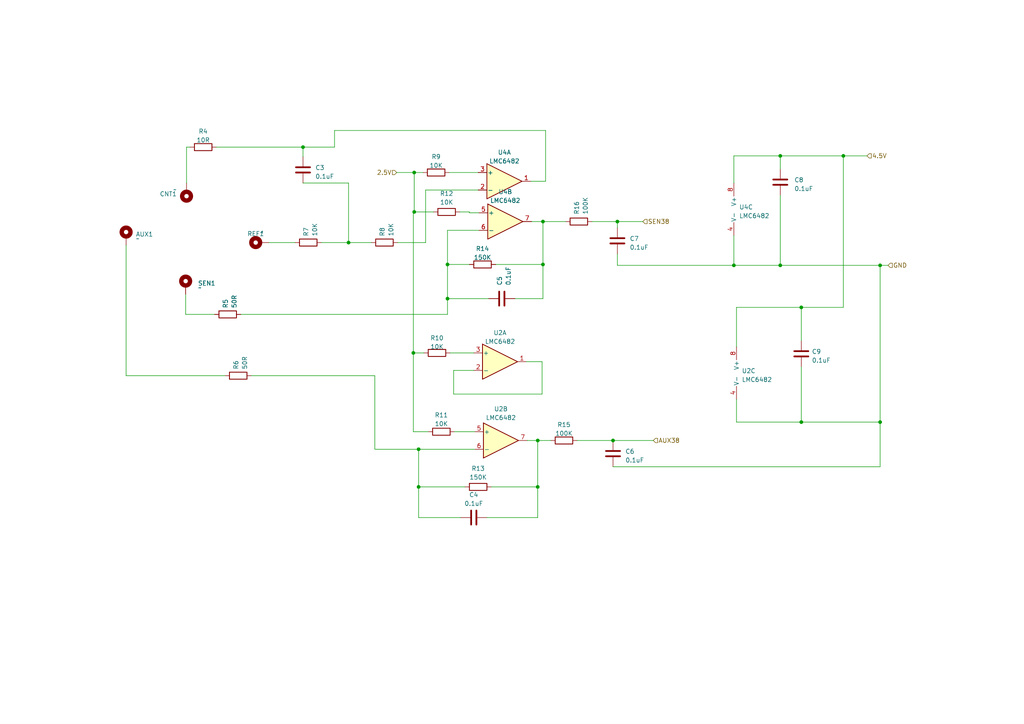
<source format=kicad_sch>
(kicad_sch (version 20230121) (generator eeschema)

  (uuid e1e5632b-9175-4fe9-b6e3-cc4b6db86fe4)

  (paper "A4")

  (lib_symbols
    (symbol "Amplifier_Operational:LMC6482" (pin_names (offset 0.127)) (in_bom yes) (on_board yes)
      (property "Reference" "U" (at 0 5.08 0)
        (effects (font (size 1.27 1.27)) (justify left))
      )
      (property "Value" "LMC6482" (at 0 -5.08 0)
        (effects (font (size 1.27 1.27)) (justify left))
      )
      (property "Footprint" "" (at 0 0 0)
        (effects (font (size 1.27 1.27)) hide)
      )
      (property "Datasheet" "http://www.ti.com/lit/ds/symlink/lmc6482.pdf" (at 0 0 0)
        (effects (font (size 1.27 1.27)) hide)
      )
      (property "ki_locked" "" (at 0 0 0)
        (effects (font (size 1.27 1.27)))
      )
      (property "ki_keywords" "dual opamp" (at 0 0 0)
        (effects (font (size 1.27 1.27)) hide)
      )
      (property "ki_description" "Dual CMOS Rail-to-Rail Input and Output Operational Amplifier, DIP-8/SOIC-8, SSOP-8" (at 0 0 0)
        (effects (font (size 1.27 1.27)) hide)
      )
      (property "ki_fp_filters" "SOIC*3.9x4.9mm*P1.27mm* DIP*W7.62mm* TO*99* OnSemi*Micro8* TSSOP*3x3mm*P0.65mm* TSSOP*4.4x3mm*P0.65mm* MSOP*3x3mm*P0.65mm* SSOP*3.9x4.9mm*P0.635mm* LFCSP*2x2mm*P0.5mm* *SIP* SOIC*5.3x6.2mm*P1.27mm*" (at 0 0 0)
        (effects (font (size 1.27 1.27)) hide)
      )
      (symbol "LMC6482_1_1"
        (polyline
          (pts
            (xy -5.08 5.08)
            (xy 5.08 0)
            (xy -5.08 -5.08)
            (xy -5.08 5.08)
          )
          (stroke (width 0.254) (type default))
          (fill (type background))
        )
        (pin output line (at 7.62 0 180) (length 2.54)
          (name "~" (effects (font (size 1.27 1.27))))
          (number "1" (effects (font (size 1.27 1.27))))
        )
        (pin input line (at -7.62 -2.54 0) (length 2.54)
          (name "-" (effects (font (size 1.27 1.27))))
          (number "2" (effects (font (size 1.27 1.27))))
        )
        (pin input line (at -7.62 2.54 0) (length 2.54)
          (name "+" (effects (font (size 1.27 1.27))))
          (number "3" (effects (font (size 1.27 1.27))))
        )
      )
      (symbol "LMC6482_2_1"
        (polyline
          (pts
            (xy -5.08 5.08)
            (xy 5.08 0)
            (xy -5.08 -5.08)
            (xy -5.08 5.08)
          )
          (stroke (width 0.254) (type default))
          (fill (type background))
        )
        (pin input line (at -7.62 2.54 0) (length 2.54)
          (name "+" (effects (font (size 1.27 1.27))))
          (number "5" (effects (font (size 1.27 1.27))))
        )
        (pin input line (at -7.62 -2.54 0) (length 2.54)
          (name "-" (effects (font (size 1.27 1.27))))
          (number "6" (effects (font (size 1.27 1.27))))
        )
        (pin output line (at 7.62 0 180) (length 2.54)
          (name "~" (effects (font (size 1.27 1.27))))
          (number "7" (effects (font (size 1.27 1.27))))
        )
      )
      (symbol "LMC6482_3_1"
        (pin power_in line (at -2.54 -7.62 90) (length 3.81)
          (name "V-" (effects (font (size 1.27 1.27))))
          (number "4" (effects (font (size 1.27 1.27))))
        )
        (pin power_in line (at -2.54 7.62 270) (length 3.81)
          (name "V+" (effects (font (size 1.27 1.27))))
          (number "8" (effects (font (size 1.27 1.27))))
        )
      )
    )
    (symbol "Device:C" (pin_numbers hide) (pin_names (offset 0.254)) (in_bom yes) (on_board yes)
      (property "Reference" "C" (at 0.635 2.54 0)
        (effects (font (size 1.27 1.27)) (justify left))
      )
      (property "Value" "C" (at 0.635 -2.54 0)
        (effects (font (size 1.27 1.27)) (justify left))
      )
      (property "Footprint" "" (at 0.9652 -3.81 0)
        (effects (font (size 1.27 1.27)) hide)
      )
      (property "Datasheet" "~" (at 0 0 0)
        (effects (font (size 1.27 1.27)) hide)
      )
      (property "ki_keywords" "cap capacitor" (at 0 0 0)
        (effects (font (size 1.27 1.27)) hide)
      )
      (property "ki_description" "Unpolarized capacitor" (at 0 0 0)
        (effects (font (size 1.27 1.27)) hide)
      )
      (property "ki_fp_filters" "C_*" (at 0 0 0)
        (effects (font (size 1.27 1.27)) hide)
      )
      (symbol "C_0_1"
        (polyline
          (pts
            (xy -2.032 -0.762)
            (xy 2.032 -0.762)
          )
          (stroke (width 0.508) (type default))
          (fill (type none))
        )
        (polyline
          (pts
            (xy -2.032 0.762)
            (xy 2.032 0.762)
          )
          (stroke (width 0.508) (type default))
          (fill (type none))
        )
      )
      (symbol "C_1_1"
        (pin passive line (at 0 3.81 270) (length 2.794)
          (name "~" (effects (font (size 1.27 1.27))))
          (number "1" (effects (font (size 1.27 1.27))))
        )
        (pin passive line (at 0 -3.81 90) (length 2.794)
          (name "~" (effects (font (size 1.27 1.27))))
          (number "2" (effects (font (size 1.27 1.27))))
        )
      )
    )
    (symbol "Device:R" (pin_numbers hide) (pin_names (offset 0)) (in_bom yes) (on_board yes)
      (property "Reference" "R" (at 2.032 0 90)
        (effects (font (size 1.27 1.27)))
      )
      (property "Value" "R" (at 0 0 90)
        (effects (font (size 1.27 1.27)))
      )
      (property "Footprint" "" (at -1.778 0 90)
        (effects (font (size 1.27 1.27)) hide)
      )
      (property "Datasheet" "~" (at 0 0 0)
        (effects (font (size 1.27 1.27)) hide)
      )
      (property "ki_keywords" "R res resistor" (at 0 0 0)
        (effects (font (size 1.27 1.27)) hide)
      )
      (property "ki_description" "Resistor" (at 0 0 0)
        (effects (font (size 1.27 1.27)) hide)
      )
      (property "ki_fp_filters" "R_*" (at 0 0 0)
        (effects (font (size 1.27 1.27)) hide)
      )
      (symbol "R_0_1"
        (rectangle (start -1.016 -2.54) (end 1.016 2.54)
          (stroke (width 0.254) (type default))
          (fill (type none))
        )
      )
      (symbol "R_1_1"
        (pin passive line (at 0 3.81 270) (length 1.27)
          (name "~" (effects (font (size 1.27 1.27))))
          (number "1" (effects (font (size 1.27 1.27))))
        )
        (pin passive line (at 0 -3.81 90) (length 1.27)
          (name "~" (effects (font (size 1.27 1.27))))
          (number "2" (effects (font (size 1.27 1.27))))
        )
      )
    )
    (symbol "Mechanical:MountingHole_Pad" (pin_numbers hide) (pin_names (offset 1.016) hide) (in_bom yes) (on_board yes)
      (property "Reference" "H" (at 0 6.35 0)
        (effects (font (size 1.27 1.27)))
      )
      (property "Value" "MountingHole_Pad" (at 0 4.445 0)
        (effects (font (size 1.27 1.27)))
      )
      (property "Footprint" "" (at 0 0 0)
        (effects (font (size 1.27 1.27)) hide)
      )
      (property "Datasheet" "~" (at 0 0 0)
        (effects (font (size 1.27 1.27)) hide)
      )
      (property "ki_keywords" "mounting hole" (at 0 0 0)
        (effects (font (size 1.27 1.27)) hide)
      )
      (property "ki_description" "Mounting Hole with connection" (at 0 0 0)
        (effects (font (size 1.27 1.27)) hide)
      )
      (property "ki_fp_filters" "MountingHole*Pad*" (at 0 0 0)
        (effects (font (size 1.27 1.27)) hide)
      )
      (symbol "MountingHole_Pad_0_1"
        (circle (center 0 1.27) (radius 1.27)
          (stroke (width 1.27) (type default))
          (fill (type none))
        )
      )
      (symbol "MountingHole_Pad_1_1"
        (pin input line (at 0 -2.54 90) (length 2.54)
          (name "1" (effects (font (size 1.27 1.27))))
          (number "1" (effects (font (size 1.27 1.27))))
        )
      )
    )
  )

  (junction (at 129.794 86.614) (diameter 0) (color 0 0 0 0)
    (uuid 04c51e73-ac35-436f-bf50-509da0a34121)
  )
  (junction (at 121.412 141.224) (diameter 0) (color 0 0 0 0)
    (uuid 08151f4f-d3cf-42b5-a486-bfcce11e4cd6)
  )
  (junction (at 121.412 130.302) (diameter 0) (color 0 0 0 0)
    (uuid 13cb13e9-ae22-4c8c-8de1-16f2b0f8b3c6)
  )
  (junction (at 157.48 64.262) (diameter 0) (color 0 0 0 0)
    (uuid 14cc70a2-a665-4783-bb46-395ddb612f5b)
  )
  (junction (at 155.956 127.762) (diameter 0) (color 0 0 0 0)
    (uuid 1a9226d6-c17a-47c3-9400-d8719ecd2b5b)
  )
  (junction (at 129.794 76.708) (diameter 0) (color 0 0 0 0)
    (uuid 23f07a63-0cdb-4d17-acf5-fe5ea070be13)
  )
  (junction (at 101.092 70.358) (diameter 0) (color 0 0 0 0)
    (uuid 29d48b60-5b55-46f9-8840-632d463a7843)
  )
  (junction (at 155.956 141.224) (diameter 0) (color 0 0 0 0)
    (uuid 4c55c750-c7ef-44f5-a286-2d722832e98f)
  )
  (junction (at 226.314 76.962) (diameter 0) (color 0 0 0 0)
    (uuid 502c6704-e231-4e6c-ae7f-58ebc6644f87)
  )
  (junction (at 119.888 102.362) (diameter 0) (color 0 0 0 0)
    (uuid 591b0379-98a7-40c7-9d3c-4ba3aada61de)
  )
  (junction (at 179.07 64.262) (diameter 0) (color 0 0 0 0)
    (uuid 621170f9-6b2a-45ed-bc95-b207b007b5b1)
  )
  (junction (at 120.142 50.038) (diameter 0) (color 0 0 0 0)
    (uuid 7aa6b3cf-0732-4ecd-89a7-91ecc302c59c)
  )
  (junction (at 157.48 76.708) (diameter 0) (color 0 0 0 0)
    (uuid 7e5d03a3-61b6-4527-82a4-3c1848649ca3)
  )
  (junction (at 255.27 76.962) (diameter 0) (color 0 0 0 0)
    (uuid 8f460d51-b319-4da2-b571-7de648af3830)
  )
  (junction (at 87.884 42.672) (diameter 0) (color 0 0 0 0)
    (uuid 968d8bd8-54af-4812-8ce2-7c8ceade73f9)
  )
  (junction (at 232.41 89.154) (diameter 0) (color 0 0 0 0)
    (uuid b5acaba0-45f6-4faa-b5e0-c7a6ad20b099)
  )
  (junction (at 177.8 127.762) (diameter 0) (color 0 0 0 0)
    (uuid be985380-ca14-4606-b0cb-2378d1081d7d)
  )
  (junction (at 232.41 122.428) (diameter 0) (color 0 0 0 0)
    (uuid c3640e69-9289-4099-835b-cb6ca5dc4647)
  )
  (junction (at 120.142 61.468) (diameter 0) (color 0 0 0 0)
    (uuid c4625ed4-57ad-4ec3-87cc-7ee7e3cd2a0b)
  )
  (junction (at 226.314 45.212) (diameter 0) (color 0 0 0 0)
    (uuid df99e895-8ed2-4103-b9fe-dcc50dffec13)
  )
  (junction (at 255.27 122.428) (diameter 0) (color 0 0 0 0)
    (uuid e081c609-f30d-4a8c-ace8-2abad334aeea)
  )
  (junction (at 212.852 76.962) (diameter 0) (color 0 0 0 0)
    (uuid f6c28034-c6da-49e6-9192-6cd9054ae58c)
  )
  (junction (at 244.602 45.212) (diameter 0) (color 0 0 0 0)
    (uuid f9a92b51-2e79-4fd6-a9b3-1a7ba2911fc6)
  )

  (wire (pts (xy 129.794 76.708) (xy 129.794 86.614))
    (stroke (width 0) (type default))
    (uuid 091d5437-de06-4153-9435-504399c2cb6e)
  )
  (wire (pts (xy 129.794 86.614) (xy 141.732 86.614))
    (stroke (width 0) (type default))
    (uuid 0bd4f2f9-2be8-4810-9821-736d0c2ea062)
  )
  (wire (pts (xy 232.41 122.428) (xy 255.27 122.428))
    (stroke (width 0) (type default))
    (uuid 0fd75829-28a4-4cac-ac7f-68b63146dfca)
  )
  (wire (pts (xy 97.028 42.672) (xy 87.884 42.672))
    (stroke (width 0) (type default))
    (uuid 11595cd6-0ecb-4203-b560-104d6f75f147)
  )
  (wire (pts (xy 93.218 70.358) (xy 101.092 70.358))
    (stroke (width 0) (type default))
    (uuid 116aee03-018f-4270-afee-4e2a0a9fb12a)
  )
  (wire (pts (xy 120.142 61.468) (xy 120.142 50.038))
    (stroke (width 0) (type default))
    (uuid 1423d47f-fca4-44df-8640-22e399b03f9e)
  )
  (wire (pts (xy 179.07 64.262) (xy 179.07 66.04))
    (stroke (width 0) (type default))
    (uuid 19103fb0-8158-4222-b240-78151f4f5684)
  )
  (wire (pts (xy 155.956 141.224) (xy 155.956 127.762))
    (stroke (width 0) (type default))
    (uuid 1b966528-6676-4bd7-85a2-5bc572f2e474)
  )
  (wire (pts (xy 133.35 61.468) (xy 136.144 61.468))
    (stroke (width 0) (type default))
    (uuid 1c47ec2f-6d36-49ba-97d6-6535d183169e)
  )
  (wire (pts (xy 119.888 61.468) (xy 120.142 61.468))
    (stroke (width 0) (type default))
    (uuid 1fd7ecf0-c9a5-4255-8648-b52b2d88dcb1)
  )
  (wire (pts (xy 179.07 76.962) (xy 212.852 76.962))
    (stroke (width 0) (type default))
    (uuid 2091b570-420d-4b5b-86b5-1ffa8308e7c6)
  )
  (wire (pts (xy 143.764 76.708) (xy 157.48 76.708))
    (stroke (width 0) (type default))
    (uuid 2188727b-177c-48d7-bcf1-bba048b47afb)
  )
  (wire (pts (xy 152.908 127.762) (xy 155.956 127.762))
    (stroke (width 0) (type default))
    (uuid 228fb334-3df2-4720-890b-db505055dd44)
  )
  (wire (pts (xy 121.412 141.224) (xy 121.412 130.302))
    (stroke (width 0) (type default))
    (uuid 23817159-4203-42cd-8ebc-92c7803bfeb1)
  )
  (wire (pts (xy 212.852 45.212) (xy 212.852 53.086))
    (stroke (width 0) (type default))
    (uuid 2705275a-df27-4f20-a66c-63ffb1f516b1)
  )
  (wire (pts (xy 125.73 61.468) (xy 120.142 61.468))
    (stroke (width 0) (type default))
    (uuid 2849dfcd-9315-4cae-84ca-097e81fa7721)
  )
  (wire (pts (xy 189.484 127.762) (xy 177.8 127.762))
    (stroke (width 0) (type default))
    (uuid 2a868d4c-3aac-4d86-8957-52f425639406)
  )
  (wire (pts (xy 186.436 64.262) (xy 179.07 64.262))
    (stroke (width 0) (type default))
    (uuid 2b36698b-66a2-43cc-95b5-a405d9a8141c)
  )
  (wire (pts (xy 138.684 55.118) (xy 123.444 55.118))
    (stroke (width 0) (type default))
    (uuid 2d5c3f37-ef7a-4c61-a70c-ae40bdbf3e5d)
  )
  (wire (pts (xy 213.614 89.154) (xy 232.41 89.154))
    (stroke (width 0) (type default))
    (uuid 2e349efa-c1b6-40d7-83de-09125af62b78)
  )
  (wire (pts (xy 167.386 127.762) (xy 177.8 127.762))
    (stroke (width 0) (type default))
    (uuid 357f854c-3220-45fb-9492-78935091dc5c)
  )
  (wire (pts (xy 213.614 100.584) (xy 213.614 89.154))
    (stroke (width 0) (type default))
    (uuid 35928846-d982-4b76-adb8-9794f1804421)
  )
  (wire (pts (xy 133.604 150.114) (xy 121.412 150.114))
    (stroke (width 0) (type default))
    (uuid 35c1cd68-1f8b-44eb-b3ca-2234e78a01a5)
  )
  (wire (pts (xy 153.924 52.578) (xy 158.242 52.578))
    (stroke (width 0) (type default))
    (uuid 38ebbe3f-15cd-4278-bdcd-71f9f184b8d4)
  )
  (wire (pts (xy 123.444 70.358) (xy 115.316 70.358))
    (stroke (width 0) (type default))
    (uuid 395855e1-6e13-4834-a11a-2d0730d15765)
  )
  (wire (pts (xy 155.956 150.114) (xy 155.956 141.224))
    (stroke (width 0) (type default))
    (uuid 3c173dc7-ff3f-45bf-9803-363f0f972561)
  )
  (wire (pts (xy 158.242 37.846) (xy 97.028 37.846))
    (stroke (width 0) (type default))
    (uuid 3d1dede4-21c4-4b1d-a918-4ff31fa5a1a7)
  )
  (wire (pts (xy 54.102 42.672) (xy 54.102 53.086))
    (stroke (width 0) (type default))
    (uuid 3d82dd5c-8125-438e-bcee-532ac96f5cef)
  )
  (wire (pts (xy 244.602 45.212) (xy 226.314 45.212))
    (stroke (width 0) (type default))
    (uuid 3d9d9aa6-dc5e-45df-8d76-d5d4289b1ff9)
  )
  (wire (pts (xy 53.848 85.344) (xy 53.848 91.186))
    (stroke (width 0) (type default))
    (uuid 3ef5bf5c-8366-4081-90fc-d8bccc09a010)
  )
  (wire (pts (xy 77.978 70.358) (xy 85.598 70.358))
    (stroke (width 0) (type default))
    (uuid 42a37942-3931-4b9b-90ef-d1cf079a3b14)
  )
  (wire (pts (xy 124.206 125.222) (xy 119.888 125.222))
    (stroke (width 0) (type default))
    (uuid 454d8248-6685-45be-a348-4adefb557e31)
  )
  (wire (pts (xy 226.314 45.212) (xy 226.314 49.022))
    (stroke (width 0) (type default))
    (uuid 46c473c8-6be7-402d-b283-ce226e4ab3dd)
  )
  (wire (pts (xy 136.144 61.722) (xy 138.938 61.722))
    (stroke (width 0) (type default))
    (uuid 4bf12472-c186-4489-967d-b5a778b094d9)
  )
  (wire (pts (xy 158.242 52.578) (xy 158.242 37.846))
    (stroke (width 0) (type default))
    (uuid 4d55547c-8d89-4c81-8223-cb98a4ea999d)
  )
  (wire (pts (xy 36.576 108.966) (xy 65.278 108.966))
    (stroke (width 0) (type default))
    (uuid 4e2bfd69-7d3e-4580-949e-6176c5ed3bcd)
  )
  (wire (pts (xy 108.712 108.966) (xy 108.712 130.302))
    (stroke (width 0) (type default))
    (uuid 509429bb-ebc8-4809-b945-245528b14913)
  )
  (wire (pts (xy 130.302 50.038) (xy 138.684 50.038))
    (stroke (width 0) (type default))
    (uuid 50996d7d-4a09-403a-912d-2edd89a1178a)
  )
  (wire (pts (xy 101.092 53.086) (xy 101.092 70.358))
    (stroke (width 0) (type default))
    (uuid 515fc8b4-206f-4d79-a3d4-2c4b54567650)
  )
  (wire (pts (xy 123.444 55.118) (xy 123.444 70.358))
    (stroke (width 0) (type default))
    (uuid 5b07b210-f370-4128-afdd-43b12df57672)
  )
  (wire (pts (xy 131.572 114.3) (xy 131.572 107.442))
    (stroke (width 0) (type default))
    (uuid 61c79a27-64b3-4e07-97ab-a7bb04cc6ec6)
  )
  (wire (pts (xy 157.48 86.614) (xy 157.48 76.708))
    (stroke (width 0) (type default))
    (uuid 6275149b-67f8-4f61-8b15-5752ecaed8b8)
  )
  (wire (pts (xy 136.144 76.708) (xy 129.794 76.708))
    (stroke (width 0) (type default))
    (uuid 67a5e518-0615-41eb-a127-15d3f4aac096)
  )
  (wire (pts (xy 119.888 61.468) (xy 119.888 102.362))
    (stroke (width 0) (type default))
    (uuid 6930855e-8323-40c6-ba9f-e3825447cb1f)
  )
  (wire (pts (xy 177.8 135.382) (xy 255.27 135.382))
    (stroke (width 0) (type default))
    (uuid 6a633200-bd73-465e-b783-604b88a575de)
  )
  (wire (pts (xy 157.48 64.262) (xy 157.48 76.708))
    (stroke (width 0) (type default))
    (uuid 70211027-d573-46d2-a5bf-b7027a94551a)
  )
  (wire (pts (xy 53.848 91.186) (xy 62.23 91.186))
    (stroke (width 0) (type default))
    (uuid 73204899-9125-486f-b1c0-9552c46d9c78)
  )
  (wire (pts (xy 101.092 70.358) (xy 107.696 70.358))
    (stroke (width 0) (type default))
    (uuid 75cb6fbf-abb4-4907-9345-b0bc9f622e6e)
  )
  (wire (pts (xy 141.224 150.114) (xy 155.956 150.114))
    (stroke (width 0) (type default))
    (uuid 75d9d1d9-e883-4aae-81e9-6199dcf724e9)
  )
  (wire (pts (xy 212.852 76.962) (xy 212.852 68.326))
    (stroke (width 0) (type default))
    (uuid 7600e5ed-87c7-4415-9e2d-86b587721bf6)
  )
  (wire (pts (xy 164.084 64.262) (xy 157.48 64.262))
    (stroke (width 0) (type default))
    (uuid 795a1a0d-eec7-4d48-9f66-56599bc2111a)
  )
  (wire (pts (xy 129.794 66.802) (xy 138.938 66.802))
    (stroke (width 0) (type default))
    (uuid 7b478494-f214-4c2b-a512-d04db616ab1b)
  )
  (wire (pts (xy 226.314 45.212) (xy 212.852 45.212))
    (stroke (width 0) (type default))
    (uuid 826d7f94-8e32-4fa5-bf1d-be2e063f64fa)
  )
  (wire (pts (xy 36.576 71.12) (xy 36.576 108.966))
    (stroke (width 0) (type default))
    (uuid 83cde6bc-26d6-468f-8089-2ff81b938604)
  )
  (wire (pts (xy 232.41 106.426) (xy 232.41 122.428))
    (stroke (width 0) (type default))
    (uuid 8d350ded-37ac-471e-a9ff-ea5062c6bd04)
  )
  (wire (pts (xy 131.826 125.222) (xy 137.668 125.222))
    (stroke (width 0) (type default))
    (uuid 91cc4794-06a7-4cf8-abed-d8581ae0f487)
  )
  (wire (pts (xy 97.028 37.846) (xy 97.028 42.672))
    (stroke (width 0) (type default))
    (uuid 96a8c11d-2a0e-4408-a16c-75d6c91d0d66)
  )
  (wire (pts (xy 255.27 135.382) (xy 255.27 122.428))
    (stroke (width 0) (type default))
    (uuid 98b03da2-676f-426d-bb46-0f73234cdd5b)
  )
  (wire (pts (xy 87.884 42.672) (xy 87.884 45.466))
    (stroke (width 0) (type default))
    (uuid 9a048653-77b3-4f7c-91d2-28c64e32007a)
  )
  (wire (pts (xy 244.602 45.212) (xy 244.602 89.154))
    (stroke (width 0) (type default))
    (uuid 9d17f045-97cf-41c7-be36-0dbc04025335)
  )
  (wire (pts (xy 136.144 61.468) (xy 136.144 61.722))
    (stroke (width 0) (type default))
    (uuid 9d9383ca-82f4-4090-9a55-c9c9ca009366)
  )
  (wire (pts (xy 213.614 115.824) (xy 213.614 122.428))
    (stroke (width 0) (type default))
    (uuid 9eb7d632-3336-4539-b37a-cb70bc1ba227)
  )
  (wire (pts (xy 251.46 45.212) (xy 244.602 45.212))
    (stroke (width 0) (type default))
    (uuid a7a29d31-b965-42f4-b480-d4a75dfb8ace)
  )
  (wire (pts (xy 62.738 42.672) (xy 87.884 42.672))
    (stroke (width 0) (type default))
    (uuid a8868951-85f5-4e73-9853-db71c76548d7)
  )
  (wire (pts (xy 108.712 130.302) (xy 121.412 130.302))
    (stroke (width 0) (type default))
    (uuid a985cde0-e50c-40bd-9e4a-c78327506e59)
  )
  (wire (pts (xy 255.27 76.962) (xy 257.556 76.962))
    (stroke (width 0) (type default))
    (uuid ac8d2cd3-890c-4e52-9196-4f0375e5a51b)
  )
  (wire (pts (xy 121.412 150.114) (xy 121.412 141.224))
    (stroke (width 0) (type default))
    (uuid b69a2bd8-6bed-4e9e-9763-8c2c06178012)
  )
  (wire (pts (xy 232.41 89.154) (xy 244.602 89.154))
    (stroke (width 0) (type default))
    (uuid be70dbf7-9e0f-4525-80f5-e75960402671)
  )
  (wire (pts (xy 129.794 86.614) (xy 129.794 91.186))
    (stroke (width 0) (type default))
    (uuid bf883c50-8335-4cdc-9ec5-08335c5001ce)
  )
  (wire (pts (xy 121.412 130.302) (xy 137.668 130.302))
    (stroke (width 0) (type default))
    (uuid bfa40278-68db-4f03-bb19-53c8e6043712)
  )
  (wire (pts (xy 152.654 104.902) (xy 157.226 104.902))
    (stroke (width 0) (type default))
    (uuid c215e57d-621b-4867-a3be-29021fc303ef)
  )
  (wire (pts (xy 226.314 76.962) (xy 255.27 76.962))
    (stroke (width 0) (type default))
    (uuid c27a6353-55ff-4cb7-9963-fcc0427204ec)
  )
  (wire (pts (xy 226.314 56.642) (xy 226.314 76.962))
    (stroke (width 0) (type default))
    (uuid c3374cfe-2d51-4f09-973c-52019e26daac)
  )
  (wire (pts (xy 171.704 64.262) (xy 179.07 64.262))
    (stroke (width 0) (type default))
    (uuid c5dced19-d635-44f1-b9a7-7b44ac1e505a)
  )
  (wire (pts (xy 115.062 50.038) (xy 120.142 50.038))
    (stroke (width 0) (type default))
    (uuid c72e7c71-3d6e-49c2-ae0b-e942b71ff616)
  )
  (wire (pts (xy 157.48 64.262) (xy 154.178 64.262))
    (stroke (width 0) (type default))
    (uuid cce9b7d8-434e-43ab-a8fb-2e794b481ce5)
  )
  (wire (pts (xy 54.102 42.672) (xy 55.118 42.672))
    (stroke (width 0) (type default))
    (uuid d2458440-2b15-46de-b6fa-451b6b606aef)
  )
  (wire (pts (xy 131.572 107.442) (xy 137.414 107.442))
    (stroke (width 0) (type default))
    (uuid d2c5b799-8240-4aff-afad-226a5ca41417)
  )
  (wire (pts (xy 130.556 102.362) (xy 137.414 102.362))
    (stroke (width 0) (type default))
    (uuid d553390b-28b3-4bd3-bc27-552edba88c8b)
  )
  (wire (pts (xy 122.936 102.362) (xy 119.888 102.362))
    (stroke (width 0) (type default))
    (uuid d58b2b84-51a4-4513-b5f1-97db97f0dad1)
  )
  (wire (pts (xy 213.614 122.428) (xy 232.41 122.428))
    (stroke (width 0) (type default))
    (uuid dba3b7a5-b56b-453e-a0c0-9f0d553f2b7c)
  )
  (wire (pts (xy 155.956 127.762) (xy 159.766 127.762))
    (stroke (width 0) (type default))
    (uuid dd705a44-2cc4-4024-b6fe-b5ef5667d2ed)
  )
  (wire (pts (xy 87.884 53.086) (xy 101.092 53.086))
    (stroke (width 0) (type default))
    (uuid de3094c0-096f-4d57-a44e-1e9c3c8204c9)
  )
  (wire (pts (xy 69.85 91.186) (xy 129.794 91.186))
    (stroke (width 0) (type default))
    (uuid e0d27e78-59c5-4c6d-8ff1-80c435bc2ecf)
  )
  (wire (pts (xy 255.27 122.428) (xy 255.27 76.962))
    (stroke (width 0) (type default))
    (uuid e466b741-c8fc-4ce3-95e6-b9a100d0d294)
  )
  (wire (pts (xy 149.352 86.614) (xy 157.48 86.614))
    (stroke (width 0) (type default))
    (uuid e6ebe316-e189-4d09-8294-1cbbc9861f6b)
  )
  (wire (pts (xy 142.494 141.224) (xy 155.956 141.224))
    (stroke (width 0) (type default))
    (uuid e8e47a98-ae21-4470-a80f-7290fd3b78a4)
  )
  (wire (pts (xy 212.852 76.962) (xy 226.314 76.962))
    (stroke (width 0) (type default))
    (uuid e9ef2e1c-d9da-48b4-a6c3-2242a0a6eef9)
  )
  (wire (pts (xy 134.874 141.224) (xy 121.412 141.224))
    (stroke (width 0) (type default))
    (uuid ea1fcecc-c8d7-4e14-98bf-9bcbd9dc4cc3)
  )
  (wire (pts (xy 232.41 98.806) (xy 232.41 89.154))
    (stroke (width 0) (type default))
    (uuid eb13cd45-26d5-43be-91b2-829f77b9b238)
  )
  (wire (pts (xy 157.226 104.902) (xy 157.226 114.3))
    (stroke (width 0) (type default))
    (uuid eb500512-c556-4648-8b0f-2a03f04933e3)
  )
  (wire (pts (xy 157.226 114.3) (xy 131.572 114.3))
    (stroke (width 0) (type default))
    (uuid ef6ed634-08f1-4f4e-bc1b-d448dc490142)
  )
  (wire (pts (xy 72.898 108.966) (xy 108.712 108.966))
    (stroke (width 0) (type default))
    (uuid effab519-801e-476e-b878-4df94d17af84)
  )
  (wire (pts (xy 120.142 50.038) (xy 122.682 50.038))
    (stroke (width 0) (type default))
    (uuid f3f455ac-b707-4a8f-b82b-2cbc1beb7815)
  )
  (wire (pts (xy 119.888 125.222) (xy 119.888 102.362))
    (stroke (width 0) (type default))
    (uuid f6c4653a-12f7-4acc-9ebc-739a98bf98ad)
  )
  (wire (pts (xy 179.07 73.66) (xy 179.07 76.962))
    (stroke (width 0) (type default))
    (uuid fbc2e030-1082-474d-ba73-dff58c8538f3)
  )
  (wire (pts (xy 129.794 66.802) (xy 129.794 76.708))
    (stroke (width 0) (type default))
    (uuid ff815ccc-45ab-4822-994a-44c1fb48f393)
  )

  (hierarchical_label "2.5V" (shape input) (at 115.062 50.038 180) (fields_autoplaced)
    (effects (font (size 1.27 1.27)) (justify right))
    (uuid 0937e9f7-995b-4d0b-a246-4c26c5cc1420)
  )
  (hierarchical_label "GND" (shape input) (at 257.556 76.962 0) (fields_autoplaced)
    (effects (font (size 1.27 1.27)) (justify left))
    (uuid 278d6135-c251-4973-bd66-a42077ccf546)
  )
  (hierarchical_label "SEN38" (shape input) (at 186.436 64.262 0) (fields_autoplaced)
    (effects (font (size 1.27 1.27)) (justify left))
    (uuid 3afdf002-c59d-4f98-9027-88ab7c559cbc)
  )
  (hierarchical_label "4.5V" (shape input) (at 251.46 45.212 0) (fields_autoplaced)
    (effects (font (size 1.27 1.27)) (justify left))
    (uuid b618860c-95b6-45bf-9312-202ba070c8c0)
  )
  (hierarchical_label "AUX38" (shape input) (at 189.484 127.762 0) (fields_autoplaced)
    (effects (font (size 1.27 1.27)) (justify left))
    (uuid c351e3e5-7cbf-4b7f-9687-38e528b5f694)
  )

  (symbol (lib_id "Device:R") (at 138.684 141.224 90) (unit 1)
    (in_bom yes) (on_board yes) (dnp no) (fields_autoplaced)
    (uuid 0127eff9-794b-4999-bb5d-759bdd9ecde5)
    (property "Reference" "R13" (at 138.684 135.89 90)
      (effects (font (size 1.27 1.27)))
    )
    (property "Value" "150K" (at 138.684 138.43 90)
      (effects (font (size 1.27 1.27)))
    )
    (property "Footprint" "Resistor_SMD:R_0402_1005Metric" (at 138.684 143.002 90)
      (effects (font (size 1.27 1.27)) hide)
    )
    (property "Datasheet" "~" (at 138.684 141.224 0)
      (effects (font (size 1.27 1.27)) hide)
    )
    (pin "1" (uuid 8fcd4038-3097-4a0f-a643-d7c30f071799))
    (pin "2" (uuid 0d49fae0-ea0f-44bc-906f-6d158bd31af9))
    (instances
      (project "Air quality project"
        (path "/67b6672b-0c15-41a5-a844-17aa721018b8/e2c83066-cae4-4a4f-a05c-59cf4d457446"
          (reference "R13") (unit 1)
        )
        (path "/67b6672b-0c15-41a5-a844-17aa721018b8/be65ffb6-5f15-4847-ab99-a8924076e9fe"
          (reference "R64") (unit 1)
        )
        (path "/67b6672b-0c15-41a5-a844-17aa721018b8/0b808da8-bd97-48bc-a019-ae3b1f0f1017"
          (reference "R494") (unit 1)
        )
      )
    )
  )

  (symbol (lib_id "Device:R") (at 128.016 125.222 90) (unit 1)
    (in_bom yes) (on_board yes) (dnp no) (fields_autoplaced)
    (uuid 060aad5b-e037-4a06-ae76-e6de23256550)
    (property "Reference" "R11" (at 128.016 120.396 90)
      (effects (font (size 1.27 1.27)))
    )
    (property "Value" "10K" (at 128.016 122.936 90)
      (effects (font (size 1.27 1.27)))
    )
    (property "Footprint" "Resistor_SMD:R_0402_1005Metric" (at 128.016 127 90)
      (effects (font (size 1.27 1.27)) hide)
    )
    (property "Datasheet" "~" (at 128.016 125.222 0)
      (effects (font (size 1.27 1.27)) hide)
    )
    (pin "1" (uuid 3613be7c-dcea-430a-a597-eacbff1bdc09))
    (pin "2" (uuid 55e29c54-b0ee-46e2-8b5c-fc71dc7cab11))
    (instances
      (project "Air quality project"
        (path "/67b6672b-0c15-41a5-a844-17aa721018b8/e2c83066-cae4-4a4f-a05c-59cf4d457446"
          (reference "R11") (unit 1)
        )
        (path "/67b6672b-0c15-41a5-a844-17aa721018b8/be65ffb6-5f15-4847-ab99-a8924076e9fe"
          (reference "R54") (unit 1)
        )
        (path "/67b6672b-0c15-41a5-a844-17aa721018b8/0b808da8-bd97-48bc-a019-ae3b1f0f1017"
          (reference "R492") (unit 1)
        )
      )
    )
  )

  (symbol (lib_id "Device:R") (at 66.04 91.186 90) (unit 1)
    (in_bom yes) (on_board yes) (dnp no)
    (uuid 19cb3eeb-81cd-41c1-bde2-03779f23bc3f)
    (property "Reference" "R5" (at 65.405 89.408 0)
      (effects (font (size 1.27 1.27)) (justify left))
    )
    (property "Value" "50R" (at 67.945 89.408 0)
      (effects (font (size 1.27 1.27)) (justify left))
    )
    (property "Footprint" "Resistor_SMD:R_0402_1005Metric" (at 66.04 92.964 90)
      (effects (font (size 1.27 1.27)) hide)
    )
    (property "Datasheet" "~" (at 66.04 91.186 0)
      (effects (font (size 1.27 1.27)) hide)
    )
    (pin "1" (uuid 79847279-0bdf-476b-8c5b-44ab04820580))
    (pin "2" (uuid 05211a2f-bb20-43ee-bb94-7fc5d4d4acd5))
    (instances
      (project "Air quality project"
        (path "/67b6672b-0c15-41a5-a844-17aa721018b8/e2c83066-cae4-4a4f-a05c-59cf4d457446"
          (reference "R5") (unit 1)
        )
        (path "/67b6672b-0c15-41a5-a844-17aa721018b8/be65ffb6-5f15-4847-ab99-a8924076e9fe"
          (reference "R24") (unit 1)
        )
        (path "/67b6672b-0c15-41a5-a844-17aa721018b8/0b808da8-bd97-48bc-a019-ae3b1f0f1017"
          (reference "R486") (unit 1)
        )
      )
    )
  )

  (symbol (lib_id "Mechanical:MountingHole_Pad") (at 54.102 55.626 180) (unit 1)
    (in_bom yes) (on_board yes) (dnp no)
    (uuid 1bdb5977-0688-405f-84a3-ef4c4d18a5ff)
    (property "Reference" "CNT1" (at 51.308 56.261 0)
      (effects (font (size 1.27 1.27)) (justify left))
    )
    (property "Value" "~" (at 51.308 54.991 0)
      (effects (font (size 1.27 1.27)) (justify left))
    )
    (property "Footprint" "MountingHole:MountingHole_2.7mm_Pad" (at 54.102 55.626 0)
      (effects (font (size 1.27 1.27)) hide)
    )
    (property "Datasheet" "~" (at 54.102 55.626 0)
      (effects (font (size 1.27 1.27)) hide)
    )
    (pin "1" (uuid 67a162bb-7842-493e-a0ed-92c4022314d0))
    (instances
      (project "Air quality project"
        (path "/67b6672b-0c15-41a5-a844-17aa721018b8/e2c83066-cae4-4a4f-a05c-59cf4d457446"
          (reference "CNT1") (unit 1)
        )
        (path "/67b6672b-0c15-41a5-a844-17aa721018b8/be65ffb6-5f15-4847-ab99-a8924076e9fe"
          (reference "CNT2") (unit 1)
        )
        (path "/67b6672b-0c15-41a5-a844-17aa721018b8/0b808da8-bd97-48bc-a019-ae3b1f0f1017"
          (reference "CNT38") (unit 1)
        )
      )
    )
  )

  (symbol (lib_id "Mechanical:MountingHole_Pad") (at 75.438 70.358 90) (unit 1)
    (in_bom yes) (on_board yes) (dnp no) (fields_autoplaced)
    (uuid 22e56568-927c-4924-9651-dbd6b13754fc)
    (property "Reference" "REF1" (at 74.168 67.818 90)
      (effects (font (size 1.27 1.27)))
    )
    (property "Value" "~" (at 76.073 67.818 0)
      (effects (font (size 1.27 1.27)) (justify left))
    )
    (property "Footprint" "MountingHole:MountingHole_2.7mm_Pad" (at 75.438 70.358 0)
      (effects (font (size 1.27 1.27)) hide)
    )
    (property "Datasheet" "~" (at 75.438 70.358 0)
      (effects (font (size 1.27 1.27)) hide)
    )
    (pin "1" (uuid 5f01d9b1-5382-4730-98ae-c47c6e538458))
    (instances
      (project "Air quality project"
        (path "/67b6672b-0c15-41a5-a844-17aa721018b8/e2c83066-cae4-4a4f-a05c-59cf4d457446"
          (reference "REF1") (unit 1)
        )
        (path "/67b6672b-0c15-41a5-a844-17aa721018b8/be65ffb6-5f15-4847-ab99-a8924076e9fe"
          (reference "REF2") (unit 1)
        )
        (path "/67b6672b-0c15-41a5-a844-17aa721018b8/0b808da8-bd97-48bc-a019-ae3b1f0f1017"
          (reference "REF38") (unit 1)
        )
      )
    )
  )

  (symbol (lib_id "Device:R") (at 139.954 76.708 90) (unit 1)
    (in_bom yes) (on_board yes) (dnp no) (fields_autoplaced)
    (uuid 2f5faaad-614d-4434-957d-8181c0f88239)
    (property "Reference" "R14" (at 139.954 72.136 90)
      (effects (font (size 1.27 1.27)))
    )
    (property "Value" "150K" (at 139.954 74.676 90)
      (effects (font (size 1.27 1.27)))
    )
    (property "Footprint" "Resistor_SMD:R_0402_1005Metric" (at 139.954 78.486 90)
      (effects (font (size 1.27 1.27)) hide)
    )
    (property "Datasheet" "~" (at 139.954 76.708 0)
      (effects (font (size 1.27 1.27)) hide)
    )
    (pin "1" (uuid 713a9080-97e6-45cd-8864-6998a4c52302))
    (pin "2" (uuid b8f9d190-d472-464c-a566-c7dfca3958ed))
    (instances
      (project "Air quality project"
        (path "/67b6672b-0c15-41a5-a844-17aa721018b8/e2c83066-cae4-4a4f-a05c-59cf4d457446"
          (reference "R14") (unit 1)
        )
        (path "/67b6672b-0c15-41a5-a844-17aa721018b8/be65ffb6-5f15-4847-ab99-a8924076e9fe"
          (reference "R69") (unit 1)
        )
        (path "/67b6672b-0c15-41a5-a844-17aa721018b8/0b808da8-bd97-48bc-a019-ae3b1f0f1017"
          (reference "R495") (unit 1)
        )
      )
    )
  )

  (symbol (lib_id "Device:C") (at 232.41 102.616 0) (unit 1)
    (in_bom yes) (on_board yes) (dnp no)
    (uuid 305e759b-7b40-49dc-8e32-0c8e3f88b5af)
    (property "Reference" "C9" (at 235.458 101.981 0)
      (effects (font (size 1.27 1.27)) (justify left))
    )
    (property "Value" "0.1uF" (at 235.458 104.521 0)
      (effects (font (size 1.27 1.27)) (justify left))
    )
    (property "Footprint" "Capacitor_SMD:C_01005_0402Metric" (at 233.3752 106.426 0)
      (effects (font (size 1.27 1.27)) hide)
    )
    (property "Datasheet" "~" (at 232.41 102.616 0)
      (effects (font (size 1.27 1.27)) hide)
    )
    (pin "1" (uuid aa840f35-ead5-4eac-9103-779eaf7a5e21))
    (pin "2" (uuid 7d47f3e8-e355-40e0-875d-318559bc6a20))
    (instances
      (project "Air quality project"
        (path "/67b6672b-0c15-41a5-a844-17aa721018b8/e2c83066-cae4-4a4f-a05c-59cf4d457446"
          (reference "C9") (unit 1)
        )
        (path "/67b6672b-0c15-41a5-a844-17aa721018b8/be65ffb6-5f15-4847-ab99-a8924076e9fe"
          (reference "C39") (unit 1)
        )
        (path "/67b6672b-0c15-41a5-a844-17aa721018b8/0b808da8-bd97-48bc-a019-ae3b1f0f1017"
          (reference "C268") (unit 1)
        )
      )
    )
  )

  (symbol (lib_id "Device:R") (at 126.492 50.038 90) (unit 1)
    (in_bom yes) (on_board yes) (dnp no) (fields_autoplaced)
    (uuid 30756e3d-9d36-4e29-9a8b-09c825cbec4d)
    (property "Reference" "R9" (at 126.492 45.466 90)
      (effects (font (size 1.27 1.27)))
    )
    (property "Value" "10K" (at 126.492 48.006 90)
      (effects (font (size 1.27 1.27)))
    )
    (property "Footprint" "Resistor_SMD:R_0402_1005Metric" (at 126.492 51.816 90)
      (effects (font (size 1.27 1.27)) hide)
    )
    (property "Datasheet" "~" (at 126.492 50.038 0)
      (effects (font (size 1.27 1.27)) hide)
    )
    (pin "1" (uuid 8b93ea72-ca20-488a-8fff-4dd017c6b971))
    (pin "2" (uuid d0120124-149c-45e3-b32b-dc5e43c55ce7))
    (instances
      (project "Air quality project"
        (path "/67b6672b-0c15-41a5-a844-17aa721018b8/e2c83066-cae4-4a4f-a05c-59cf4d457446"
          (reference "R9") (unit 1)
        )
        (path "/67b6672b-0c15-41a5-a844-17aa721018b8/be65ffb6-5f15-4847-ab99-a8924076e9fe"
          (reference "R44") (unit 1)
        )
        (path "/67b6672b-0c15-41a5-a844-17aa721018b8/0b808da8-bd97-48bc-a019-ae3b1f0f1017"
          (reference "R490") (unit 1)
        )
      )
    )
  )

  (symbol (lib_id "Device:R") (at 58.928 42.672 270) (unit 1)
    (in_bom yes) (on_board yes) (dnp no) (fields_autoplaced)
    (uuid 396baf46-ecb8-4b27-bbd4-46176410d498)
    (property "Reference" "R4" (at 58.928 38.1 90)
      (effects (font (size 1.27 1.27)))
    )
    (property "Value" "10R" (at 58.928 40.64 90)
      (effects (font (size 1.27 1.27)))
    )
    (property "Footprint" "Resistor_SMD:R_0402_1005Metric" (at 58.928 40.894 90)
      (effects (font (size 1.27 1.27)) hide)
    )
    (property "Datasheet" "~" (at 58.928 42.672 0)
      (effects (font (size 1.27 1.27)) hide)
    )
    (pin "1" (uuid 9d5f20b9-aa76-4886-8cc0-cd78e6592ee8))
    (pin "2" (uuid fb801f3c-9ad9-4401-9d0c-4a5e9d227e1f))
    (instances
      (project "Air quality project"
        (path "/67b6672b-0c15-41a5-a844-17aa721018b8/e2c83066-cae4-4a4f-a05c-59cf4d457446"
          (reference "R4") (unit 1)
        )
        (path "/67b6672b-0c15-41a5-a844-17aa721018b8/be65ffb6-5f15-4847-ab99-a8924076e9fe"
          (reference "R19") (unit 1)
        )
        (path "/67b6672b-0c15-41a5-a844-17aa721018b8/0b808da8-bd97-48bc-a019-ae3b1f0f1017"
          (reference "R485") (unit 1)
        )
      )
    )
  )

  (symbol (lib_id "Device:C") (at 179.07 69.85 0) (unit 1)
    (in_bom yes) (on_board yes) (dnp no) (fields_autoplaced)
    (uuid 3b117f96-7c41-41c8-a241-80b02a8a4205)
    (property "Reference" "C7" (at 182.626 69.215 0)
      (effects (font (size 1.27 1.27)) (justify left))
    )
    (property "Value" "0.1uF" (at 182.626 71.755 0)
      (effects (font (size 1.27 1.27)) (justify left))
    )
    (property "Footprint" "Capacitor_SMD:C_01005_0402Metric" (at 180.0352 73.66 0)
      (effects (font (size 1.27 1.27)) hide)
    )
    (property "Datasheet" "~" (at 179.07 69.85 0)
      (effects (font (size 1.27 1.27)) hide)
    )
    (pin "1" (uuid 946c42b5-7e39-4665-a75c-65def2af61aa))
    (pin "2" (uuid ed5fd228-431d-4df5-85df-29e8e81a8e51))
    (instances
      (project "Air quality project"
        (path "/67b6672b-0c15-41a5-a844-17aa721018b8/e2c83066-cae4-4a4f-a05c-59cf4d457446"
          (reference "C7") (unit 1)
        )
        (path "/67b6672b-0c15-41a5-a844-17aa721018b8/be65ffb6-5f15-4847-ab99-a8924076e9fe"
          (reference "C37") (unit 1)
        )
        (path "/67b6672b-0c15-41a5-a844-17aa721018b8/0b808da8-bd97-48bc-a019-ae3b1f0f1017"
          (reference "C266") (unit 1)
        )
      )
    )
  )

  (symbol (lib_id "Device:R") (at 89.408 70.358 90) (unit 1)
    (in_bom yes) (on_board yes) (dnp no)
    (uuid 4bfed5d4-ab21-4f5a-8d5f-07862c4442cc)
    (property "Reference" "R7" (at 88.773 68.58 0)
      (effects (font (size 1.27 1.27)) (justify left))
    )
    (property "Value" "10K" (at 91.313 68.58 0)
      (effects (font (size 1.27 1.27)) (justify left))
    )
    (property "Footprint" "Resistor_SMD:R_0402_1005Metric" (at 89.408 72.136 90)
      (effects (font (size 1.27 1.27)) hide)
    )
    (property "Datasheet" "~" (at 89.408 70.358 0)
      (effects (font (size 1.27 1.27)) hide)
    )
    (pin "1" (uuid a8af10d8-54d1-4f5a-a057-1bfe5f83c2b4))
    (pin "2" (uuid 2c0245eb-123c-4514-8bf5-e5322dfb0eaf))
    (instances
      (project "Air quality project"
        (path "/67b6672b-0c15-41a5-a844-17aa721018b8/e2c83066-cae4-4a4f-a05c-59cf4d457446"
          (reference "R7") (unit 1)
        )
        (path "/67b6672b-0c15-41a5-a844-17aa721018b8/be65ffb6-5f15-4847-ab99-a8924076e9fe"
          (reference "R34") (unit 1)
        )
        (path "/67b6672b-0c15-41a5-a844-17aa721018b8/0b808da8-bd97-48bc-a019-ae3b1f0f1017"
          (reference "R488") (unit 1)
        )
      )
    )
  )

  (symbol (lib_id "Device:R") (at 163.576 127.762 90) (unit 1)
    (in_bom yes) (on_board yes) (dnp no) (fields_autoplaced)
    (uuid 52e283d0-d02e-410b-a7f1-7663b536d723)
    (property "Reference" "R15" (at 163.576 123.19 90)
      (effects (font (size 1.27 1.27)))
    )
    (property "Value" "100K" (at 163.576 125.73 90)
      (effects (font (size 1.27 1.27)))
    )
    (property "Footprint" "Resistor_SMD:R_0402_1005Metric" (at 163.576 129.54 90)
      (effects (font (size 1.27 1.27)) hide)
    )
    (property "Datasheet" "~" (at 163.576 127.762 0)
      (effects (font (size 1.27 1.27)) hide)
    )
    (pin "1" (uuid 9b09e6ca-0b4c-4369-ad31-f5631dd234f5))
    (pin "2" (uuid 5c265fc7-b7bd-4c1d-a31a-a51ff505ab21))
    (instances
      (project "Air quality project"
        (path "/67b6672b-0c15-41a5-a844-17aa721018b8/e2c83066-cae4-4a4f-a05c-59cf4d457446"
          (reference "R15") (unit 1)
        )
        (path "/67b6672b-0c15-41a5-a844-17aa721018b8/be65ffb6-5f15-4847-ab99-a8924076e9fe"
          (reference "R70") (unit 1)
        )
        (path "/67b6672b-0c15-41a5-a844-17aa721018b8/0b808da8-bd97-48bc-a019-ae3b1f0f1017"
          (reference "R496") (unit 1)
        )
      )
    )
  )

  (symbol (lib_id "Mechanical:MountingHole_Pad") (at 36.576 68.58 0) (unit 1)
    (in_bom yes) (on_board yes) (dnp no)
    (uuid 532a9a77-f9f0-4bea-874b-c7a6d075140a)
    (property "Reference" "AUX1" (at 39.37 67.945 0)
      (effects (font (size 1.27 1.27)) (justify left))
    )
    (property "Value" "~" (at 39.37 69.215 0)
      (effects (font (size 1.27 1.27)) (justify left))
    )
    (property "Footprint" "MountingHole:MountingHole_2.7mm_Pad" (at 36.576 68.58 0)
      (effects (font (size 1.27 1.27)) hide)
    )
    (property "Datasheet" "~" (at 36.576 68.58 0)
      (effects (font (size 1.27 1.27)) hide)
    )
    (pin "1" (uuid fa11e34c-0b88-48db-9349-494c8eaacbe5))
    (instances
      (project "Air quality project"
        (path "/67b6672b-0c15-41a5-a844-17aa721018b8/e2c83066-cae4-4a4f-a05c-59cf4d457446"
          (reference "AUX1") (unit 1)
        )
        (path "/67b6672b-0c15-41a5-a844-17aa721018b8/be65ffb6-5f15-4847-ab99-a8924076e9fe"
          (reference "AUX2") (unit 1)
        )
        (path "/67b6672b-0c15-41a5-a844-17aa721018b8/0b808da8-bd97-48bc-a019-ae3b1f0f1017"
          (reference "AUX38") (unit 1)
        )
      )
    )
  )

  (symbol (lib_id "Amplifier_Operational:LMC6482") (at 216.154 108.204 0) (unit 3)
    (in_bom yes) (on_board yes) (dnp no) (fields_autoplaced)
    (uuid 5639c132-b3cc-416d-ae76-fc6bdb2ef46f)
    (property "Reference" "U2" (at 215.138 107.569 0)
      (effects (font (size 1.27 1.27)) (justify left))
    )
    (property "Value" "LMC6482" (at 215.138 110.109 0)
      (effects (font (size 1.27 1.27)) (justify left))
    )
    (property "Footprint" "Package_SO:SOIC-8_3.9x4.9mm_P1.27mm" (at 216.154 108.204 0)
      (effects (font (size 1.27 1.27)) hide)
    )
    (property "Datasheet" "http://www.ti.com/lit/ds/symlink/lmc6482.pdf" (at 216.154 108.204 0)
      (effects (font (size 1.27 1.27)) hide)
    )
    (pin "1" (uuid d5f06bc0-e016-449d-bb76-1780c68309d8))
    (pin "2" (uuid dd93b084-6c45-4ec3-b4a2-64cf0e791daa))
    (pin "3" (uuid c79b47a1-69b0-418f-ae34-b6968595b6a6))
    (pin "5" (uuid 89f1dfc5-f772-4d7a-8a07-0964f1f210a0))
    (pin "6" (uuid 61ffc32e-67ac-4496-ba94-ce7cced6a0ea))
    (pin "7" (uuid 29e08c8c-3454-4ad1-a0b8-ee9155612eb2))
    (pin "4" (uuid 796f9502-ca73-4680-ab18-61ae7fb2ae53))
    (pin "8" (uuid 0b098760-86e0-4525-9703-8655b19a2e9f))
    (instances
      (project "Air quality project"
        (path "/67b6672b-0c15-41a5-a844-17aa721018b8/e2c83066-cae4-4a4f-a05c-59cf4d457446"
          (reference "U2") (unit 3)
        )
        (path "/67b6672b-0c15-41a5-a844-17aa721018b8/be65ffb6-5f15-4847-ab99-a8924076e9fe"
          (reference "U8") (unit 3)
        )
        (path "/67b6672b-0c15-41a5-a844-17aa721018b8/0b808da8-bd97-48bc-a019-ae3b1f0f1017"
          (reference "U77") (unit 3)
        )
      )
    )
  )

  (symbol (lib_id "Device:R") (at 167.894 64.262 90) (unit 1)
    (in_bom yes) (on_board yes) (dnp no)
    (uuid 5febf7f6-197b-4e2e-b503-7c8c0f19321f)
    (property "Reference" "R16" (at 167.259 62.23 0)
      (effects (font (size 1.27 1.27)) (justify left))
    )
    (property "Value" "100K" (at 169.799 62.23 0)
      (effects (font (size 1.27 1.27)) (justify left))
    )
    (property "Footprint" "Resistor_SMD:R_0402_1005Metric" (at 167.894 66.04 90)
      (effects (font (size 1.27 1.27)) hide)
    )
    (property "Datasheet" "~" (at 167.894 64.262 0)
      (effects (font (size 1.27 1.27)) hide)
    )
    (pin "1" (uuid 010dfb14-11c7-404e-bf4f-b38e946d7cde))
    (pin "2" (uuid 772b4926-b11c-4715-b60e-0e6e6467c9b0))
    (instances
      (project "Air quality project"
        (path "/67b6672b-0c15-41a5-a844-17aa721018b8/e2c83066-cae4-4a4f-a05c-59cf4d457446"
          (reference "R16") (unit 1)
        )
        (path "/67b6672b-0c15-41a5-a844-17aa721018b8/be65ffb6-5f15-4847-ab99-a8924076e9fe"
          (reference "R71") (unit 1)
        )
        (path "/67b6672b-0c15-41a5-a844-17aa721018b8/0b808da8-bd97-48bc-a019-ae3b1f0f1017"
          (reference "R497") (unit 1)
        )
      )
    )
  )

  (symbol (lib_id "Device:C") (at 177.8 131.572 0) (unit 1)
    (in_bom yes) (on_board yes) (dnp no) (fields_autoplaced)
    (uuid 74077b96-df8c-48af-9e93-fb688d637f8a)
    (property "Reference" "C6" (at 181.356 130.937 0)
      (effects (font (size 1.27 1.27)) (justify left))
    )
    (property "Value" "0.1uF" (at 181.356 133.477 0)
      (effects (font (size 1.27 1.27)) (justify left))
    )
    (property "Footprint" "Capacitor_SMD:C_01005_0402Metric" (at 178.7652 135.382 0)
      (effects (font (size 1.27 1.27)) hide)
    )
    (property "Datasheet" "~" (at 177.8 131.572 0)
      (effects (font (size 1.27 1.27)) hide)
    )
    (pin "1" (uuid acdb2fdf-81b2-453d-8892-b77bf069b8bf))
    (pin "2" (uuid 8f76a0c3-c4f4-4763-8732-bd76a48f4e2d))
    (instances
      (project "Air quality project"
        (path "/67b6672b-0c15-41a5-a844-17aa721018b8/e2c83066-cae4-4a4f-a05c-59cf4d457446"
          (reference "C6") (unit 1)
        )
        (path "/67b6672b-0c15-41a5-a844-17aa721018b8/be65ffb6-5f15-4847-ab99-a8924076e9fe"
          (reference "C36") (unit 1)
        )
        (path "/67b6672b-0c15-41a5-a844-17aa721018b8/0b808da8-bd97-48bc-a019-ae3b1f0f1017"
          (reference "C265") (unit 1)
        )
      )
    )
  )

  (symbol (lib_id "Mechanical:MountingHole_Pad") (at 53.848 82.804 0) (unit 1)
    (in_bom yes) (on_board yes) (dnp no) (fields_autoplaced)
    (uuid 7a15e5a3-e886-4011-b372-fdd46cd97f4b)
    (property "Reference" "SEN1" (at 57.404 82.169 0)
      (effects (font (size 1.27 1.27)) (justify left))
    )
    (property "Value" "~" (at 57.404 83.439 0)
      (effects (font (size 1.27 1.27)) (justify left))
    )
    (property "Footprint" "MountingHole:MountingHole_2.7mm_Pad" (at 53.848 82.804 0)
      (effects (font (size 1.27 1.27)) hide)
    )
    (property "Datasheet" "~" (at 53.848 82.804 0)
      (effects (font (size 1.27 1.27)) hide)
    )
    (pin "1" (uuid a1051443-8db6-4b49-8e0d-3cde93741065))
    (instances
      (project "Air quality project"
        (path "/67b6672b-0c15-41a5-a844-17aa721018b8/e2c83066-cae4-4a4f-a05c-59cf4d457446"
          (reference "SEN1") (unit 1)
        )
        (path "/67b6672b-0c15-41a5-a844-17aa721018b8/be65ffb6-5f15-4847-ab99-a8924076e9fe"
          (reference "SEN2") (unit 1)
        )
        (path "/67b6672b-0c15-41a5-a844-17aa721018b8/0b808da8-bd97-48bc-a019-ae3b1f0f1017"
          (reference "SEN38") (unit 1)
        )
      )
    )
  )

  (symbol (lib_id "Device:C") (at 226.314 52.832 0) (unit 1)
    (in_bom yes) (on_board yes) (dnp no) (fields_autoplaced)
    (uuid 7bb4284f-fa7f-4f50-8fdd-ae7bf47b945f)
    (property "Reference" "C8" (at 230.378 52.197 0)
      (effects (font (size 1.27 1.27)) (justify left))
    )
    (property "Value" "0.1uF" (at 230.378 54.737 0)
      (effects (font (size 1.27 1.27)) (justify left))
    )
    (property "Footprint" "Capacitor_SMD:C_01005_0402Metric" (at 227.2792 56.642 0)
      (effects (font (size 1.27 1.27)) hide)
    )
    (property "Datasheet" "~" (at 226.314 52.832 0)
      (effects (font (size 1.27 1.27)) hide)
    )
    (pin "1" (uuid c6f9d4e5-1443-4e53-a370-60c292df5938))
    (pin "2" (uuid 621b9a55-829a-483d-b725-4b56fe1e7bd8))
    (instances
      (project "Air quality project"
        (path "/67b6672b-0c15-41a5-a844-17aa721018b8/e2c83066-cae4-4a4f-a05c-59cf4d457446"
          (reference "C8") (unit 1)
        )
        (path "/67b6672b-0c15-41a5-a844-17aa721018b8/be65ffb6-5f15-4847-ab99-a8924076e9fe"
          (reference "C38") (unit 1)
        )
        (path "/67b6672b-0c15-41a5-a844-17aa721018b8/0b808da8-bd97-48bc-a019-ae3b1f0f1017"
          (reference "C267") (unit 1)
        )
      )
    )
  )

  (symbol (lib_id "Device:R") (at 129.54 61.468 90) (unit 1)
    (in_bom yes) (on_board yes) (dnp no) (fields_autoplaced)
    (uuid 8f4738c5-8486-4492-b638-626fc7b6de6a)
    (property "Reference" "R12" (at 129.54 56.134 90)
      (effects (font (size 1.27 1.27)))
    )
    (property "Value" "10K" (at 129.54 58.674 90)
      (effects (font (size 1.27 1.27)))
    )
    (property "Footprint" "Resistor_SMD:R_0402_1005Metric" (at 129.54 63.246 90)
      (effects (font (size 1.27 1.27)) hide)
    )
    (property "Datasheet" "~" (at 129.54 61.468 0)
      (effects (font (size 1.27 1.27)) hide)
    )
    (pin "1" (uuid 611122a0-c0af-4e9d-b7da-31d49676e6de))
    (pin "2" (uuid 884474f2-783c-4968-878a-4bdb570d263d))
    (instances
      (project "Air quality project"
        (path "/67b6672b-0c15-41a5-a844-17aa721018b8/e2c83066-cae4-4a4f-a05c-59cf4d457446"
          (reference "R12") (unit 1)
        )
        (path "/67b6672b-0c15-41a5-a844-17aa721018b8/be65ffb6-5f15-4847-ab99-a8924076e9fe"
          (reference "R59") (unit 1)
        )
        (path "/67b6672b-0c15-41a5-a844-17aa721018b8/0b808da8-bd97-48bc-a019-ae3b1f0f1017"
          (reference "R493") (unit 1)
        )
      )
    )
  )

  (symbol (lib_id "Device:R") (at 69.088 108.966 90) (unit 1)
    (in_bom yes) (on_board yes) (dnp no)
    (uuid 90c96a8f-4482-4e21-a4e3-6d1859e68f79)
    (property "Reference" "R6" (at 68.453 107.188 0)
      (effects (font (size 1.27 1.27)) (justify left))
    )
    (property "Value" "50R" (at 70.993 107.188 0)
      (effects (font (size 1.27 1.27)) (justify left))
    )
    (property "Footprint" "Resistor_SMD:R_0402_1005Metric" (at 69.088 110.744 90)
      (effects (font (size 1.27 1.27)) hide)
    )
    (property "Datasheet" "~" (at 69.088 108.966 0)
      (effects (font (size 1.27 1.27)) hide)
    )
    (pin "1" (uuid d3102a93-bdfc-4a33-acdf-31c477b18f84))
    (pin "2" (uuid d69f5f89-4faa-4e4f-afe4-c99c956fb32a))
    (instances
      (project "Air quality project"
        (path "/67b6672b-0c15-41a5-a844-17aa721018b8/e2c83066-cae4-4a4f-a05c-59cf4d457446"
          (reference "R6") (unit 1)
        )
        (path "/67b6672b-0c15-41a5-a844-17aa721018b8/be65ffb6-5f15-4847-ab99-a8924076e9fe"
          (reference "R29") (unit 1)
        )
        (path "/67b6672b-0c15-41a5-a844-17aa721018b8/0b808da8-bd97-48bc-a019-ae3b1f0f1017"
          (reference "R487") (unit 1)
        )
      )
    )
  )

  (symbol (lib_id "Amplifier_Operational:LMC6482") (at 145.288 127.762 0) (unit 2)
    (in_bom yes) (on_board yes) (dnp no) (fields_autoplaced)
    (uuid ae7a38aa-c36b-451b-9425-e6d88c892240)
    (property "Reference" "U2" (at 145.288 118.618 0)
      (effects (font (size 1.27 1.27)))
    )
    (property "Value" "LMC6482" (at 145.288 121.158 0)
      (effects (font (size 1.27 1.27)))
    )
    (property "Footprint" "Package_SO:SOIC-8_3.9x4.9mm_P1.27mm" (at 145.288 127.762 0)
      (effects (font (size 1.27 1.27)) hide)
    )
    (property "Datasheet" "http://www.ti.com/lit/ds/symlink/lmc6482.pdf" (at 145.288 127.762 0)
      (effects (font (size 1.27 1.27)) hide)
    )
    (pin "1" (uuid 11ada3ae-6758-4a42-8bec-b9b6f4c75a1a))
    (pin "2" (uuid cecfcab1-7354-4c19-8bdd-bc6aac22549b))
    (pin "3" (uuid b8b5c5a6-18f5-4b93-b974-cec779252067))
    (pin "5" (uuid 6493cccd-e156-4ecb-934e-b2f5f52b3350))
    (pin "6" (uuid 49add3ed-7d35-451c-8356-45435be0bd1b))
    (pin "7" (uuid 0426d70e-32e9-4ecc-86df-775a2d96e7b0))
    (pin "4" (uuid 5d862dc6-a441-46c7-938b-75ac613c0f4f))
    (pin "8" (uuid 6e4c091b-4f0e-43a5-ac02-ecaec090156f))
    (instances
      (project "Air quality project"
        (path "/67b6672b-0c15-41a5-a844-17aa721018b8/e2c83066-cae4-4a4f-a05c-59cf4d457446"
          (reference "U2") (unit 2)
        )
        (path "/67b6672b-0c15-41a5-a844-17aa721018b8/be65ffb6-5f15-4847-ab99-a8924076e9fe"
          (reference "U8") (unit 2)
        )
        (path "/67b6672b-0c15-41a5-a844-17aa721018b8/0b808da8-bd97-48bc-a019-ae3b1f0f1017"
          (reference "U77") (unit 2)
        )
      )
    )
  )

  (symbol (lib_id "Device:R") (at 126.746 102.362 90) (unit 1)
    (in_bom yes) (on_board yes) (dnp no) (fields_autoplaced)
    (uuid b705d593-0080-4625-ad95-d89aa52cc2e5)
    (property "Reference" "R10" (at 126.746 98.044 90)
      (effects (font (size 1.27 1.27)))
    )
    (property "Value" "10K" (at 126.746 100.584 90)
      (effects (font (size 1.27 1.27)))
    )
    (property "Footprint" "Resistor_SMD:R_0402_1005Metric" (at 126.746 104.14 90)
      (effects (font (size 1.27 1.27)) hide)
    )
    (property "Datasheet" "~" (at 126.746 102.362 0)
      (effects (font (size 1.27 1.27)) hide)
    )
    (pin "1" (uuid d3c58c14-9250-4274-bed1-d48b2d3c4623))
    (pin "2" (uuid 265ceb86-2512-429e-927b-934628cd98f1))
    (instances
      (project "Air quality project"
        (path "/67b6672b-0c15-41a5-a844-17aa721018b8/e2c83066-cae4-4a4f-a05c-59cf4d457446"
          (reference "R10") (unit 1)
        )
        (path "/67b6672b-0c15-41a5-a844-17aa721018b8/be65ffb6-5f15-4847-ab99-a8924076e9fe"
          (reference "R49") (unit 1)
        )
        (path "/67b6672b-0c15-41a5-a844-17aa721018b8/0b808da8-bd97-48bc-a019-ae3b1f0f1017"
          (reference "R491") (unit 1)
        )
      )
    )
  )

  (symbol (lib_id "Amplifier_Operational:LMC6482") (at 146.558 64.262 0) (unit 2)
    (in_bom yes) (on_board yes) (dnp no) (fields_autoplaced)
    (uuid c63c6247-e9f0-4dc3-87ce-97c4b06400cb)
    (property "Reference" "U4" (at 146.558 55.626 0)
      (effects (font (size 1.27 1.27)))
    )
    (property "Value" "LMC6482" (at 146.558 58.166 0)
      (effects (font (size 1.27 1.27)))
    )
    (property "Footprint" "Package_SO:SOIC-8_3.9x4.9mm_P1.27mm" (at 146.558 64.262 0)
      (effects (font (size 1.27 1.27)) hide)
    )
    (property "Datasheet" "http://www.ti.com/lit/ds/symlink/lmc6482.pdf" (at 146.558 64.262 0)
      (effects (font (size 1.27 1.27)) hide)
    )
    (pin "1" (uuid 9c1e9d8f-1c28-41e3-9575-41efbc51ba50))
    (pin "2" (uuid 1d0291f0-3ca2-4510-9705-02c12b2ea42d))
    (pin "3" (uuid 1f78b38e-dbc0-4584-b37f-86c494584341))
    (pin "5" (uuid fdf5e04f-dd6b-41e9-a546-a69b6a31d30b))
    (pin "6" (uuid 17447002-a969-47bc-ac50-23b2e7ff4989))
    (pin "7" (uuid 8dca2ad0-25c9-4ccc-a625-9eae42096f3f))
    (pin "4" (uuid 06dc1765-d68c-4f67-a73b-d9fa7caa6956))
    (pin "8" (uuid 2077a737-d294-413f-b778-56afbb60776f))
    (instances
      (project "Air quality project"
        (path "/67b6672b-0c15-41a5-a844-17aa721018b8/e2c83066-cae4-4a4f-a05c-59cf4d457446"
          (reference "U4") (unit 2)
        )
        (path "/67b6672b-0c15-41a5-a844-17aa721018b8/be65ffb6-5f15-4847-ab99-a8924076e9fe"
          (reference "U13") (unit 2)
        )
        (path "/67b6672b-0c15-41a5-a844-17aa721018b8/0b808da8-bd97-48bc-a019-ae3b1f0f1017"
          (reference "U78") (unit 2)
        )
      )
    )
  )

  (symbol (lib_id "Amplifier_Operational:LMC6482") (at 146.304 52.578 0) (unit 1)
    (in_bom yes) (on_board yes) (dnp no) (fields_autoplaced)
    (uuid cf9e944b-bf01-4bd5-a12b-c23577d18c42)
    (property "Reference" "U4" (at 146.304 44.196 0)
      (effects (font (size 1.27 1.27)))
    )
    (property "Value" "LMC6482" (at 146.304 46.736 0)
      (effects (font (size 1.27 1.27)))
    )
    (property "Footprint" "Package_SO:SOIC-8_3.9x4.9mm_P1.27mm" (at 146.304 52.578 0)
      (effects (font (size 1.27 1.27)) hide)
    )
    (property "Datasheet" "http://www.ti.com/lit/ds/symlink/lmc6482.pdf" (at 146.304 52.578 0)
      (effects (font (size 1.27 1.27)) hide)
    )
    (pin "1" (uuid 2217183f-e70d-40f2-b6fc-d03de0fbb560))
    (pin "2" (uuid 8c6e0d6a-7e10-4426-aea3-45c8e2ca462d))
    (pin "3" (uuid f838709f-3651-436e-b2ed-d66513d55eb8))
    (pin "5" (uuid 7e217bec-f5f9-4503-96e2-e0cff25dde3f))
    (pin "6" (uuid ed4ead67-62ba-4dc4-86a0-f436eefe99dd))
    (pin "7" (uuid ef455054-ceb9-4486-86bb-c10142a92b1a))
    (pin "4" (uuid 0efdc872-5caf-4241-9340-e8ec1bb01b5b))
    (pin "8" (uuid 7d3e3f09-3aff-4bd7-8548-a79c845e659b))
    (instances
      (project "Air quality project"
        (path "/67b6672b-0c15-41a5-a844-17aa721018b8/e2c83066-cae4-4a4f-a05c-59cf4d457446"
          (reference "U4") (unit 1)
        )
        (path "/67b6672b-0c15-41a5-a844-17aa721018b8/be65ffb6-5f15-4847-ab99-a8924076e9fe"
          (reference "U13") (unit 1)
        )
        (path "/67b6672b-0c15-41a5-a844-17aa721018b8/0b808da8-bd97-48bc-a019-ae3b1f0f1017"
          (reference "U78") (unit 1)
        )
      )
    )
  )

  (symbol (lib_id "Device:C") (at 145.542 86.614 90) (unit 1)
    (in_bom yes) (on_board yes) (dnp no)
    (uuid d3d42b09-d9f4-4cc9-a860-ba7c68febb39)
    (property "Reference" "C5" (at 144.907 82.804 0)
      (effects (font (size 1.27 1.27)) (justify left))
    )
    (property "Value" "0.1uF" (at 147.447 82.804 0)
      (effects (font (size 1.27 1.27)) (justify left))
    )
    (property "Footprint" "Capacitor_SMD:C_01005_0402Metric" (at 149.352 85.6488 0)
      (effects (font (size 1.27 1.27)) hide)
    )
    (property "Datasheet" "~" (at 145.542 86.614 0)
      (effects (font (size 1.27 1.27)) hide)
    )
    (pin "1" (uuid c87a909e-4167-48c1-9698-1f5af6a99fd1))
    (pin "2" (uuid 2d412a5a-f34e-44d5-a477-fc913f02e1f6))
    (instances
      (project "Air quality project"
        (path "/67b6672b-0c15-41a5-a844-17aa721018b8/e2c83066-cae4-4a4f-a05c-59cf4d457446"
          (reference "C5") (unit 1)
        )
        (path "/67b6672b-0c15-41a5-a844-17aa721018b8/be65ffb6-5f15-4847-ab99-a8924076e9fe"
          (reference "C35") (unit 1)
        )
        (path "/67b6672b-0c15-41a5-a844-17aa721018b8/0b808da8-bd97-48bc-a019-ae3b1f0f1017"
          (reference "C264") (unit 1)
        )
      )
    )
  )

  (symbol (lib_id "Device:R") (at 111.506 70.358 90) (unit 1)
    (in_bom yes) (on_board yes) (dnp no)
    (uuid d98e2f51-7ce4-407b-82ac-021514b526c9)
    (property "Reference" "R8" (at 110.871 68.58 0)
      (effects (font (size 1.27 1.27)) (justify left))
    )
    (property "Value" "10K" (at 113.411 68.58 0)
      (effects (font (size 1.27 1.27)) (justify left))
    )
    (property "Footprint" "Resistor_SMD:R_0402_1005Metric" (at 111.506 72.136 90)
      (effects (font (size 1.27 1.27)) hide)
    )
    (property "Datasheet" "~" (at 111.506 70.358 0)
      (effects (font (size 1.27 1.27)) hide)
    )
    (pin "1" (uuid 2fb4bc61-9d05-443b-939a-664f058bd4e9))
    (pin "2" (uuid aad3f4b2-b792-4b5b-b074-6c6b06c611b7))
    (instances
      (project "Air quality project"
        (path "/67b6672b-0c15-41a5-a844-17aa721018b8/e2c83066-cae4-4a4f-a05c-59cf4d457446"
          (reference "R8") (unit 1)
        )
        (path "/67b6672b-0c15-41a5-a844-17aa721018b8/be65ffb6-5f15-4847-ab99-a8924076e9fe"
          (reference "R39") (unit 1)
        )
        (path "/67b6672b-0c15-41a5-a844-17aa721018b8/0b808da8-bd97-48bc-a019-ae3b1f0f1017"
          (reference "R489") (unit 1)
        )
      )
    )
  )

  (symbol (lib_id "Device:C") (at 87.884 49.276 0) (unit 1)
    (in_bom yes) (on_board yes) (dnp no) (fields_autoplaced)
    (uuid e6d004f4-845b-4038-a4b9-506ee92c2a79)
    (property "Reference" "C3" (at 91.44 48.641 0)
      (effects (font (size 1.27 1.27)) (justify left))
    )
    (property "Value" "0.1uF" (at 91.44 51.181 0)
      (effects (font (size 1.27 1.27)) (justify left))
    )
    (property "Footprint" "Capacitor_SMD:C_01005_0402Metric" (at 88.8492 53.086 0)
      (effects (font (size 1.27 1.27)) hide)
    )
    (property "Datasheet" "~" (at 87.884 49.276 0)
      (effects (font (size 1.27 1.27)) hide)
    )
    (pin "1" (uuid f1b17fc6-f30a-4e7d-b7ce-23e454a7b83f))
    (pin "2" (uuid 3d973103-4b2f-4243-85af-abac4795edc0))
    (instances
      (project "Air quality project"
        (path "/67b6672b-0c15-41a5-a844-17aa721018b8/e2c83066-cae4-4a4f-a05c-59cf4d457446"
          (reference "C3") (unit 1)
        )
        (path "/67b6672b-0c15-41a5-a844-17aa721018b8/be65ffb6-5f15-4847-ab99-a8924076e9fe"
          (reference "C13") (unit 1)
        )
        (path "/67b6672b-0c15-41a5-a844-17aa721018b8/0b808da8-bd97-48bc-a019-ae3b1f0f1017"
          (reference "C262") (unit 1)
        )
      )
    )
  )

  (symbol (lib_id "Amplifier_Operational:LMC6482") (at 145.034 104.902 0) (unit 1)
    (in_bom yes) (on_board yes) (dnp no)
    (uuid ed34ea35-d316-43be-b348-a19b6e559505)
    (property "Reference" "U2" (at 145.034 96.52 0)
      (effects (font (size 1.27 1.27)))
    )
    (property "Value" "LMC6482" (at 145.034 99.06 0)
      (effects (font (size 1.27 1.27)))
    )
    (property "Footprint" "Package_SO:SOIC-8_3.9x4.9mm_P1.27mm" (at 145.034 104.902 0)
      (effects (font (size 1.27 1.27)) hide)
    )
    (property "Datasheet" "http://www.ti.com/lit/ds/symlink/lmc6482.pdf" (at 145.034 104.902 0)
      (effects (font (size 1.27 1.27)) hide)
    )
    (pin "1" (uuid 78a9f2c7-5c76-4fa9-b42f-1fa1a27a2b08))
    (pin "2" (uuid 5f26b5e3-8629-4df1-b654-46a2f1e03225))
    (pin "3" (uuid bd3d17a8-dfc1-4d37-b1c9-b8bccdf58a9a))
    (pin "5" (uuid dbf6e14b-09ff-4cc6-88a0-9ada57742af2))
    (pin "6" (uuid a9d3e155-a0a5-48b8-ad01-270b6effe986))
    (pin "7" (uuid 2e38fee3-7d8c-47f0-a6b9-2671227758c9))
    (pin "4" (uuid bdd0d834-8db6-499c-a508-90c2f596f30f))
    (pin "8" (uuid 0ce173b8-05bf-4229-84be-a731b2d379af))
    (instances
      (project "Air quality project"
        (path "/67b6672b-0c15-41a5-a844-17aa721018b8/e2c83066-cae4-4a4f-a05c-59cf4d457446"
          (reference "U2") (unit 1)
        )
        (path "/67b6672b-0c15-41a5-a844-17aa721018b8/be65ffb6-5f15-4847-ab99-a8924076e9fe"
          (reference "U8") (unit 1)
        )
        (path "/67b6672b-0c15-41a5-a844-17aa721018b8/0b808da8-bd97-48bc-a019-ae3b1f0f1017"
          (reference "U77") (unit 1)
        )
      )
    )
  )

  (symbol (lib_id "Device:C") (at 137.414 150.114 90) (unit 1)
    (in_bom yes) (on_board yes) (dnp no) (fields_autoplaced)
    (uuid f9f837f8-8b85-4ef3-8991-296f2a6669d4)
    (property "Reference" "C4" (at 137.414 143.51 90)
      (effects (font (size 1.27 1.27)))
    )
    (property "Value" "0.1uF" (at 137.414 146.05 90)
      (effects (font (size 1.27 1.27)))
    )
    (property "Footprint" "Capacitor_SMD:C_01005_0402Metric" (at 141.224 149.1488 0)
      (effects (font (size 1.27 1.27)) hide)
    )
    (property "Datasheet" "~" (at 137.414 150.114 0)
      (effects (font (size 1.27 1.27)) hide)
    )
    (pin "1" (uuid 88217c8a-c32a-49a7-993d-f19e62d0791d))
    (pin "2" (uuid d75041a1-5fcc-4caa-8fcf-d010bc97bd7f))
    (instances
      (project "Air quality project"
        (path "/67b6672b-0c15-41a5-a844-17aa721018b8/e2c83066-cae4-4a4f-a05c-59cf4d457446"
          (reference "C4") (unit 1)
        )
        (path "/67b6672b-0c15-41a5-a844-17aa721018b8/be65ffb6-5f15-4847-ab99-a8924076e9fe"
          (reference "C34") (unit 1)
        )
        (path "/67b6672b-0c15-41a5-a844-17aa721018b8/0b808da8-bd97-48bc-a019-ae3b1f0f1017"
          (reference "C263") (unit 1)
        )
      )
    )
  )

  (symbol (lib_id "Amplifier_Operational:LMC6482") (at 215.392 60.706 0) (unit 3)
    (in_bom yes) (on_board yes) (dnp no) (fields_autoplaced)
    (uuid fb390403-9381-4930-9d31-4e904e8218e3)
    (property "Reference" "U4" (at 214.376 60.071 0)
      (effects (font (size 1.27 1.27)) (justify left))
    )
    (property "Value" "LMC6482" (at 214.376 62.611 0)
      (effects (font (size 1.27 1.27)) (justify left))
    )
    (property "Footprint" "Package_SO:SOIC-8_3.9x4.9mm_P1.27mm" (at 215.392 60.706 0)
      (effects (font (size 1.27 1.27)) hide)
    )
    (property "Datasheet" "http://www.ti.com/lit/ds/symlink/lmc6482.pdf" (at 215.392 60.706 0)
      (effects (font (size 1.27 1.27)) hide)
    )
    (pin "1" (uuid 42791d0d-7717-4b04-a0ca-b0a647570e7e))
    (pin "2" (uuid 4a2fa161-9821-4b02-bf44-5123dc1327cb))
    (pin "3" (uuid 64a3c500-0113-480b-84b8-bf62972d5f8e))
    (pin "5" (uuid d00ef563-4214-461f-ba82-fc7819b91257))
    (pin "6" (uuid a6025e8c-eb59-4fda-bafe-a0fd2776d170))
    (pin "7" (uuid 893ff0da-9dcf-4d3e-aa6a-c4e684c3eff1))
    (pin "4" (uuid 0d95a570-3be4-49a7-8b96-6d87f676a047))
    (pin "8" (uuid 334d28fe-cb5f-47ea-95e3-8a9f1970b9b5))
    (instances
      (project "Air quality project"
        (path "/67b6672b-0c15-41a5-a844-17aa721018b8/e2c83066-cae4-4a4f-a05c-59cf4d457446"
          (reference "U4") (unit 3)
        )
        (path "/67b6672b-0c15-41a5-a844-17aa721018b8/be65ffb6-5f15-4847-ab99-a8924076e9fe"
          (reference "U13") (unit 3)
        )
        (path "/67b6672b-0c15-41a5-a844-17aa721018b8/0b808da8-bd97-48bc-a019-ae3b1f0f1017"
          (reference "U78") (unit 3)
        )
      )
    )
  )
)

</source>
